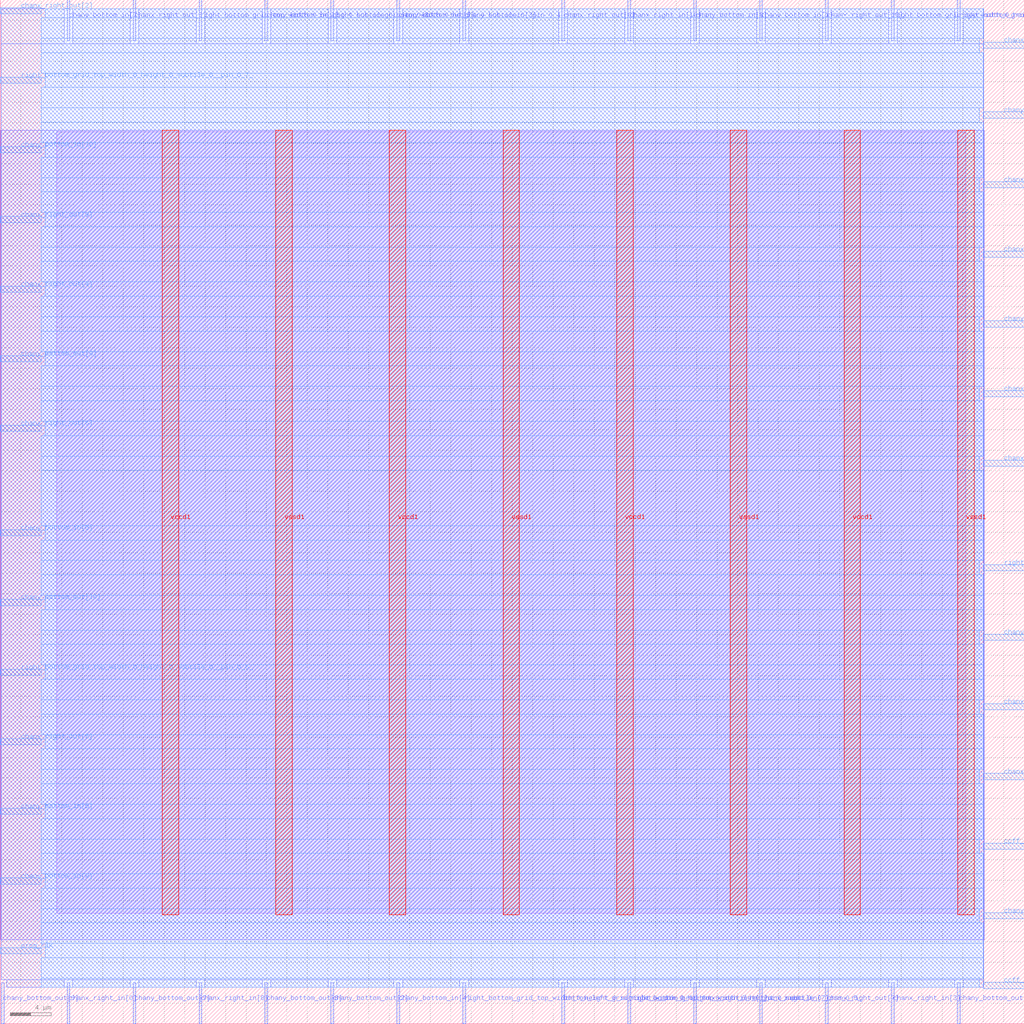
<source format=lef>
VERSION 5.7 ;
  NOWIREEXTENSIONATPIN ON ;
  DIVIDERCHAR "/" ;
  BUSBITCHARS "[]" ;
MACRO sb_0__4_
  CLASS BLOCK ;
  FOREIGN sb_0__4_ ;
  ORIGIN 0.000 0.000 ;
  SIZE 100.000 BY 100.000 ;
  PIN bottom_left_grid_right_width_0_height_0_subtile_0__pin_inpad_0_
    PORT
      LAYER met2 ;
        RECT 54.830 0.000 55.110 4.000 ;
    END
  END bottom_left_grid_right_width_0_height_0_subtile_0__pin_inpad_0_
  PIN ccff_head
    PORT
      LAYER met3 ;
        RECT 96.000 17.040 100.000 17.640 ;
    END
  END ccff_head
  PIN ccff_tail
    PORT
      LAYER met3 ;
        RECT 96.000 3.440 100.000 4.040 ;
    END
  END ccff_tail
  PIN chanx_right_in[0]
    PORT
      LAYER met2 ;
        RECT 6.530 0.000 6.810 4.000 ;
    END
  END chanx_right_in[0]
  PIN chanx_right_in[10]
    PORT
      LAYER met2 ;
        RECT 61.270 96.000 61.550 100.000 ;
    END
  END chanx_right_in[10]
  PIN chanx_right_in[1]
    PORT
      LAYER met3 ;
        RECT 96.000 54.440 100.000 55.040 ;
    END
  END chanx_right_in[1]
  PIN chanx_right_in[2]
    PORT
      LAYER met3 ;
        RECT 96.000 23.840 100.000 24.440 ;
    END
  END chanx_right_in[2]
  PIN chanx_right_in[3]
    PORT
      LAYER met2 ;
        RECT 87.030 0.000 87.310 4.000 ;
    END
  END chanx_right_in[3]
  PIN chanx_right_in[4]
    PORT
      LAYER met3 ;
        RECT 96.000 74.840 100.000 75.440 ;
    END
  END chanx_right_in[4]
  PIN chanx_right_in[5]
    PORT
      LAYER met3 ;
        RECT 96.000 61.240 100.000 61.840 ;
    END
  END chanx_right_in[5]
  PIN chanx_right_in[6]
    PORT
      LAYER met3 ;
        RECT 96.000 81.640 100.000 82.240 ;
    END
  END chanx_right_in[6]
  PIN chanx_right_in[7]
    PORT
      LAYER met2 ;
        RECT 74.150 0.000 74.430 4.000 ;
    END
  END chanx_right_in[7]
  PIN chanx_right_in[8]
    PORT
      LAYER met2 ;
        RECT 19.410 0.000 19.690 4.000 ;
    END
  END chanx_right_in[8]
  PIN chanx_right_in[9]
    PORT
      LAYER met3 ;
        RECT 96.000 30.640 100.000 31.240 ;
    END
  END chanx_right_in[9]
  PIN chanx_right_out[0]
    PORT
      LAYER met2 ;
        RECT 54.830 96.000 55.110 100.000 ;
    END
  END chanx_right_out[0]
  PIN chanx_right_out[10]
    PORT
      LAYER met2 ;
        RECT 80.590 96.000 80.870 100.000 ;
    END
  END chanx_right_out[10]
  PIN chanx_right_out[1]
    PORT
      LAYER met2 ;
        RECT 67.710 0.000 67.990 4.000 ;
    END
  END chanx_right_out[1]
  PIN chanx_right_out[2]
    PORT
      LAYER met3 ;
        RECT 0.000 98.640 4.000 99.240 ;
    END
  END chanx_right_out[2]
  PIN chanx_right_out[3]
    PORT
      LAYER met3 ;
        RECT 96.000 95.240 100.000 95.840 ;
    END
  END chanx_right_out[3]
  PIN chanx_right_out[4]
    PORT
      LAYER met3 ;
        RECT 0.000 71.440 4.000 72.040 ;
    END
  END chanx_right_out[4]
  PIN chanx_right_out[5]
    PORT
      LAYER met3 ;
        RECT 0.000 27.240 4.000 27.840 ;
    END
  END chanx_right_out[5]
  PIN chanx_right_out[6]
    PORT
      LAYER met3 ;
        RECT 0.000 57.840 4.000 58.440 ;
    END
  END chanx_right_out[6]
  PIN chanx_right_out[7]
    PORT
      LAYER met2 ;
        RECT 80.590 0.000 80.870 4.000 ;
    END
  END chanx_right_out[7]
  PIN chanx_right_out[8]
    PORT
      LAYER met2 ;
        RECT 12.970 96.000 13.250 100.000 ;
    END
  END chanx_right_out[8]
  PIN chanx_right_out[9]
    PORT
      LAYER met3 ;
        RECT 0.000 78.240 4.000 78.840 ;
    END
  END chanx_right_out[9]
  PIN chany_bottom_in[0]
    PORT
      LAYER met3 ;
        RECT 96.000 10.240 100.000 10.840 ;
    END
  END chany_bottom_in[0]
  PIN chany_bottom_in[10]
    PORT
      LAYER met3 ;
        RECT 0.000 85.040 4.000 85.640 ;
    END
  END chany_bottom_in[10]
  PIN chany_bottom_in[1]
    PORT
      LAYER met2 ;
        RECT 74.150 96.000 74.430 100.000 ;
    END
  END chany_bottom_in[1]
  PIN chany_bottom_in[2]
    PORT
      LAYER met2 ;
        RECT 25.850 96.000 26.130 100.000 ;
    END
  END chany_bottom_in[2]
  PIN chany_bottom_in[3]
    PORT
      LAYER met2 ;
        RECT 45.170 96.000 45.450 100.000 ;
    END
  END chany_bottom_in[3]
  PIN chany_bottom_in[4]
    PORT
      LAYER met2 ;
        RECT 38.730 0.000 39.010 4.000 ;
    END
  END chany_bottom_in[4]
  PIN chany_bottom_in[5]
    PORT
      LAYER met3 ;
        RECT 0.000 47.640 4.000 48.240 ;
    END
  END chany_bottom_in[5]
  PIN chany_bottom_in[6]
    PORT
      LAYER met3 ;
        RECT 0.000 20.440 4.000 21.040 ;
    END
  END chany_bottom_in[6]
  PIN chany_bottom_in[7]
    PORT
      LAYER met2 ;
        RECT 6.530 96.000 6.810 100.000 ;
    END
  END chany_bottom_in[7]
  PIN chany_bottom_in[8]
    PORT
      LAYER met2 ;
        RECT 67.710 96.000 67.990 100.000 ;
    END
  END chany_bottom_in[8]
  PIN chany_bottom_in[9]
    PORT
      LAYER met3 ;
        RECT 0.000 13.640 4.000 14.240 ;
    END
  END chany_bottom_in[9]
  PIN chany_bottom_out[0]
    PORT
      LAYER met2 ;
        RECT 0.090 0.000 0.370 4.000 ;
    END
  END chany_bottom_out[0]
  PIN chany_bottom_out[10]
    PORT
      LAYER met3 ;
        RECT 0.000 40.840 4.000 41.440 ;
    END
  END chany_bottom_out[10]
  PIN chany_bottom_out[1]
    PORT
      LAYER met3 ;
        RECT 96.000 88.440 100.000 89.040 ;
    END
  END chany_bottom_out[1]
  PIN chany_bottom_out[2]
    PORT
      LAYER met2 ;
        RECT 32.290 0.000 32.570 4.000 ;
    END
  END chany_bottom_out[2]
  PIN chany_bottom_out[3]
    PORT
      LAYER met3 ;
        RECT 96.000 68.040 100.000 68.640 ;
    END
  END chany_bottom_out[3]
  PIN chany_bottom_out[4]
    PORT
      LAYER met2 ;
        RECT 93.470 0.000 93.750 4.000 ;
    END
  END chany_bottom_out[4]
  PIN chany_bottom_out[5]
    PORT
      LAYER met2 ;
        RECT 38.730 96.000 39.010 100.000 ;
    END
  END chany_bottom_out[5]
  PIN chany_bottom_out[6]
    PORT
      LAYER met3 ;
        RECT 96.000 37.440 100.000 38.040 ;
    END
  END chany_bottom_out[6]
  PIN chany_bottom_out[7]
    PORT
      LAYER met2 ;
        RECT 12.970 0.000 13.250 4.000 ;
    END
  END chany_bottom_out[7]
  PIN chany_bottom_out[8]
    PORT
      LAYER met2 ;
        RECT 25.850 0.000 26.130 4.000 ;
    END
  END chany_bottom_out[8]
  PIN chany_bottom_out[9]
    PORT
      LAYER met3 ;
        RECT 0.000 64.640 4.000 65.240 ;
    END
  END chany_bottom_out[9]
  PIN prog_clk
    PORT
      LAYER met3 ;
        RECT 0.000 6.840 4.000 7.440 ;
    END
  END prog_clk
  PIN right_bottom_grid_top_width_0_height_0_subtile_0__pin_O_0_
    PORT
      LAYER met2 ;
        RECT 45.170 0.000 45.450 4.000 ;
    END
  END right_bottom_grid_top_width_0_height_0_subtile_0__pin_O_0_
  PIN right_bottom_grid_top_width_0_height_0_subtile_0__pin_O_1_
    PORT
      LAYER met2 ;
        RECT 93.470 96.000 93.750 100.000 ;
    END
  END right_bottom_grid_top_width_0_height_0_subtile_0__pin_O_1_
  PIN right_bottom_grid_top_width_0_height_0_subtile_0__pin_O_2_
    PORT
      LAYER met2 ;
        RECT 87.030 96.000 87.310 100.000 ;
    END
  END right_bottom_grid_top_width_0_height_0_subtile_0__pin_O_2_
  PIN right_bottom_grid_top_width_0_height_0_subtile_0__pin_O_3_
    PORT
      LAYER met2 ;
        RECT 19.410 96.000 19.690 100.000 ;
    END
  END right_bottom_grid_top_width_0_height_0_subtile_0__pin_O_3_
  PIN right_bottom_grid_top_width_0_height_0_subtile_0__pin_O_4_
    PORT
      LAYER met2 ;
        RECT 32.290 96.000 32.570 100.000 ;
    END
  END right_bottom_grid_top_width_0_height_0_subtile_0__pin_O_4_
  PIN right_bottom_grid_top_width_0_height_0_subtile_0__pin_O_5_
    PORT
      LAYER met2 ;
        RECT 61.270 0.000 61.550 4.000 ;
    END
  END right_bottom_grid_top_width_0_height_0_subtile_0__pin_O_5_
  PIN right_bottom_grid_top_width_0_height_0_subtile_0__pin_O_6_
    PORT
      LAYER met3 ;
        RECT 0.000 34.040 4.000 34.640 ;
    END
  END right_bottom_grid_top_width_0_height_0_subtile_0__pin_O_6_
  PIN right_bottom_grid_top_width_0_height_0_subtile_0__pin_O_7_
    PORT
      LAYER met3 ;
        RECT 0.000 91.840 4.000 92.440 ;
    END
  END right_bottom_grid_top_width_0_height_0_subtile_0__pin_O_7_
  PIN right_top_grid_bottom_width_0_height_0_subtile_0__pin_inpad_0_
    PORT
      LAYER met3 ;
        RECT 96.000 44.240 100.000 44.840 ;
    END
  END right_top_grid_bottom_width_0_height_0_subtile_0__pin_inpad_0_
  PIN vccd1
    PORT
      LAYER met4 ;
        RECT 82.400 10.640 84.000 87.280 ;
    END
    PORT
      LAYER met4 ;
        RECT 60.205 10.640 61.805 87.280 ;
    END
    PORT
      LAYER met4 ;
        RECT 38.010 10.640 39.610 87.280 ;
    END
    PORT
      LAYER met4 ;
        RECT 15.815 10.640 17.415 87.280 ;
    END
  END vccd1
  PIN vssd1
    PORT
      LAYER met4 ;
        RECT 93.495 10.640 95.095 87.280 ;
    END
    PORT
      LAYER met4 ;
        RECT 71.300 10.640 72.900 87.280 ;
    END
    PORT
      LAYER met4 ;
        RECT 49.105 10.640 50.705 87.280 ;
    END
    PORT
      LAYER met4 ;
        RECT 26.910 10.640 28.510 87.280 ;
    END
  END vssd1
  OBS
      LAYER li1 ;
        RECT 5.520 10.795 94.300 87.125 ;
      LAYER met1 ;
        RECT 0.070 8.200 96.070 87.280 ;
      LAYER met2 ;
        RECT 0.100 95.720 6.250 99.125 ;
        RECT 7.090 95.720 12.690 99.125 ;
        RECT 13.530 95.720 19.130 99.125 ;
        RECT 19.970 95.720 25.570 99.125 ;
        RECT 26.410 95.720 32.010 99.125 ;
        RECT 32.850 95.720 38.450 99.125 ;
        RECT 39.290 95.720 44.890 99.125 ;
        RECT 45.730 95.720 54.550 99.125 ;
        RECT 55.390 95.720 60.990 99.125 ;
        RECT 61.830 95.720 67.430 99.125 ;
        RECT 68.270 95.720 73.870 99.125 ;
        RECT 74.710 95.720 80.310 99.125 ;
        RECT 81.150 95.720 86.750 99.125 ;
        RECT 87.590 95.720 93.190 99.125 ;
        RECT 94.030 95.720 96.050 99.125 ;
        RECT 0.100 4.280 96.050 95.720 ;
        RECT 0.650 3.555 6.250 4.280 ;
        RECT 7.090 3.555 12.690 4.280 ;
        RECT 13.530 3.555 19.130 4.280 ;
        RECT 19.970 3.555 25.570 4.280 ;
        RECT 26.410 3.555 32.010 4.280 ;
        RECT 32.850 3.555 38.450 4.280 ;
        RECT 39.290 3.555 44.890 4.280 ;
        RECT 45.730 3.555 54.550 4.280 ;
        RECT 55.390 3.555 60.990 4.280 ;
        RECT 61.830 3.555 67.430 4.280 ;
        RECT 68.270 3.555 73.870 4.280 ;
        RECT 74.710 3.555 80.310 4.280 ;
        RECT 81.150 3.555 86.750 4.280 ;
        RECT 87.590 3.555 93.190 4.280 ;
        RECT 94.030 3.555 96.050 4.280 ;
      LAYER met3 ;
        RECT 4.400 98.240 96.000 99.105 ;
        RECT 4.000 96.240 96.000 98.240 ;
        RECT 4.000 94.840 95.600 96.240 ;
        RECT 4.000 92.840 96.000 94.840 ;
        RECT 4.400 91.440 96.000 92.840 ;
        RECT 4.000 89.440 96.000 91.440 ;
        RECT 4.000 88.040 95.600 89.440 ;
        RECT 4.000 86.040 96.000 88.040 ;
        RECT 4.400 84.640 96.000 86.040 ;
        RECT 4.000 82.640 96.000 84.640 ;
        RECT 4.000 81.240 95.600 82.640 ;
        RECT 4.000 79.240 96.000 81.240 ;
        RECT 4.400 77.840 96.000 79.240 ;
        RECT 4.000 75.840 96.000 77.840 ;
        RECT 4.000 74.440 95.600 75.840 ;
        RECT 4.000 72.440 96.000 74.440 ;
        RECT 4.400 71.040 96.000 72.440 ;
        RECT 4.000 69.040 96.000 71.040 ;
        RECT 4.000 67.640 95.600 69.040 ;
        RECT 4.000 65.640 96.000 67.640 ;
        RECT 4.400 64.240 96.000 65.640 ;
        RECT 4.000 62.240 96.000 64.240 ;
        RECT 4.000 60.840 95.600 62.240 ;
        RECT 4.000 58.840 96.000 60.840 ;
        RECT 4.400 57.440 96.000 58.840 ;
        RECT 4.000 55.440 96.000 57.440 ;
        RECT 4.000 54.040 95.600 55.440 ;
        RECT 4.000 48.640 96.000 54.040 ;
        RECT 4.400 47.240 96.000 48.640 ;
        RECT 4.000 45.240 96.000 47.240 ;
        RECT 4.000 43.840 95.600 45.240 ;
        RECT 4.000 41.840 96.000 43.840 ;
        RECT 4.400 40.440 96.000 41.840 ;
        RECT 4.000 38.440 96.000 40.440 ;
        RECT 4.000 37.040 95.600 38.440 ;
        RECT 4.000 35.040 96.000 37.040 ;
        RECT 4.400 33.640 96.000 35.040 ;
        RECT 4.000 31.640 96.000 33.640 ;
        RECT 4.000 30.240 95.600 31.640 ;
        RECT 4.000 28.240 96.000 30.240 ;
        RECT 4.400 26.840 96.000 28.240 ;
        RECT 4.000 24.840 96.000 26.840 ;
        RECT 4.000 23.440 95.600 24.840 ;
        RECT 4.000 21.440 96.000 23.440 ;
        RECT 4.400 20.040 96.000 21.440 ;
        RECT 4.000 18.040 96.000 20.040 ;
        RECT 4.000 16.640 95.600 18.040 ;
        RECT 4.000 14.640 96.000 16.640 ;
        RECT 4.400 13.240 96.000 14.640 ;
        RECT 4.000 11.240 96.000 13.240 ;
        RECT 4.000 9.840 95.600 11.240 ;
        RECT 4.000 7.840 96.000 9.840 ;
        RECT 4.400 6.440 96.000 7.840 ;
        RECT 4.000 4.440 96.000 6.440 ;
        RECT 4.000 3.575 95.600 4.440 ;
  END
END sb_0__4_
END LIBRARY


</source>
